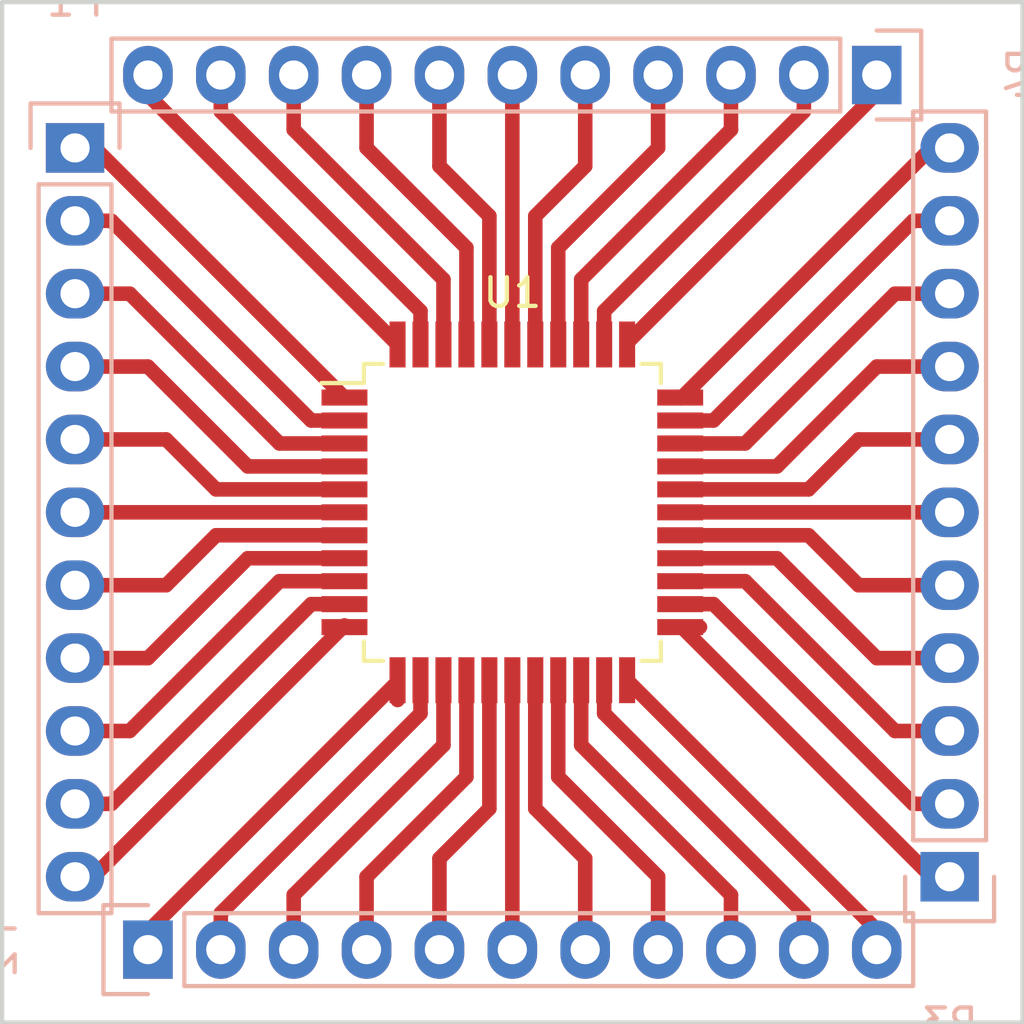
<source format=kicad_pcb>
(kicad_pcb (version 4) (host pcbnew 4.0.0-stable)

  (general
    (links 44)
    (no_connects 0)
    (area 109.144999 109.144999 144.855001 144.855001)
    (thickness 1.6)
    (drawings 4)
    (tracks 118)
    (zones 0)
    (modules 5)
    (nets 45)
  )

  (page A4)
  (layers
    (0 F.Cu mixed)
    (31 B.Cu mixed)
    (33 F.Adhes user)
    (35 F.Paste user)
    (37 F.SilkS user)
    (39 F.Mask user)
    (40 Dwgs.User user)
    (41 Cmts.User user)
    (42 Eco1.User user)
    (43 Eco2.User user)
    (44 Edge.Cuts user)
    (45 Margin user)
    (47 F.CrtYd user)
    (49 F.Fab user)
  )

  (setup
    (last_trace_width 0.508)
    (trace_clearance 0.2)
    (zone_clearance 0.508)
    (zone_45_only no)
    (trace_min 0.2)
    (segment_width 0.2)
    (edge_width 0.15)
    (via_size 0.6)
    (via_drill 0.4)
    (via_min_size 0.4)
    (via_min_drill 0.3)
    (uvia_size 0.3)
    (uvia_drill 0.1)
    (uvias_allowed no)
    (uvia_min_size 0.2)
    (uvia_min_drill 0.1)
    (pcb_text_width 0.3)
    (pcb_text_size 1.5 1.5)
    (mod_edge_width 0.15)
    (mod_text_size 1 1)
    (mod_text_width 0.15)
    (pad_size 1.524 1.524)
    (pad_drill 0.762)
    (pad_to_mask_clearance 0.2)
    (aux_axis_origin 0 0)
    (visible_elements 7FFFFF9F)
    (pcbplotparams
      (layerselection 0x00030_80000001)
      (usegerberextensions false)
      (excludeedgelayer true)
      (linewidth 0.100000)
      (plotframeref false)
      (viasonmask false)
      (mode 1)
      (useauxorigin false)
      (hpglpennumber 1)
      (hpglpenspeed 20)
      (hpglpendiameter 15)
      (hpglpenoverlay 2)
      (psnegative false)
      (psa4output false)
      (plotreference true)
      (plotvalue true)
      (plotinvisibletext false)
      (padsonsilk false)
      (subtractmaskfromsilk false)
      (outputformat 1)
      (mirror false)
      (drillshape 1)
      (scaleselection 1)
      (outputdirectory ""))
  )

  (net 0 "")
  (net 1 /1)
  (net 2 /2)
  (net 3 /3)
  (net 4 /4)
  (net 5 /5)
  (net 6 /6)
  (net 7 /7)
  (net 8 /8)
  (net 9 /9)
  (net 10 /10)
  (net 11 /11)
  (net 12 /12)
  (net 13 /13)
  (net 14 /14)
  (net 15 /15)
  (net 16 /16)
  (net 17 /17)
  (net 18 /18)
  (net 19 /19)
  (net 20 /20)
  (net 21 /21)
  (net 22 /22)
  (net 23 /23)
  (net 24 /24)
  (net 25 /25)
  (net 26 /26)
  (net 27 /27)
  (net 28 /28)
  (net 29 /29)
  (net 30 /30)
  (net 31 /31)
  (net 32 /32)
  (net 33 /33)
  (net 34 /34)
  (net 35 /35)
  (net 36 /36)
  (net 37 /37)
  (net 38 /38)
  (net 39 /39)
  (net 40 /40)
  (net 41 /41)
  (net 42 /42)
  (net 43 /43)
  (net 44 /44)

  (net_class Default "This is the default net class."
    (clearance 0.2)
    (trace_width 0.508)
    (via_dia 0.6)
    (via_drill 0.4)
    (uvia_dia 0.3)
    (uvia_drill 0.1)
    (add_net /1)
    (add_net /10)
    (add_net /11)
    (add_net /12)
    (add_net /13)
    (add_net /14)
    (add_net /15)
    (add_net /16)
    (add_net /17)
    (add_net /18)
    (add_net /19)
    (add_net /2)
    (add_net /20)
    (add_net /21)
    (add_net /22)
    (add_net /23)
    (add_net /24)
    (add_net /25)
    (add_net /26)
    (add_net /27)
    (add_net /28)
    (add_net /29)
    (add_net /3)
    (add_net /30)
    (add_net /31)
    (add_net /32)
    (add_net /33)
    (add_net /34)
    (add_net /35)
    (add_net /36)
    (add_net /37)
    (add_net /38)
    (add_net /39)
    (add_net /4)
    (add_net /40)
    (add_net /41)
    (add_net /42)
    (add_net /43)
    (add_net /44)
    (add_net /5)
    (add_net /6)
    (add_net /7)
    (add_net /8)
    (add_net /9)
  )

  (module Housings_QFP:LQFP-44_10x10mm_Pitch0.8mm (layer F.Cu) (tedit 54130A77) (tstamp 56FAF050)
    (at 127 127)
    (descr "LQFP44 (see Appnote_PCB_Guidelines_TRINAMIC_packages.pdf)")
    (tags "QFP 0.8")
    (path /56FAEAD5)
    (attr smd)
    (fp_text reference U1 (at 0 -7.65) (layer F.SilkS)
      (effects (font (size 1 1) (thickness 0.15)))
    )
    (fp_text value DSPIC33EP128GM304 (at 0 7.65) (layer F.Fab)
      (effects (font (size 1 1) (thickness 0.15)))
    )
    (fp_line (start -6.9 -6.9) (end -6.9 6.9) (layer F.CrtYd) (width 0.05))
    (fp_line (start 6.9 -6.9) (end 6.9 6.9) (layer F.CrtYd) (width 0.05))
    (fp_line (start -6.9 -6.9) (end 6.9 -6.9) (layer F.CrtYd) (width 0.05))
    (fp_line (start -6.9 6.9) (end 6.9 6.9) (layer F.CrtYd) (width 0.05))
    (fp_line (start -5.175 -5.175) (end -5.175 -4.505) (layer F.SilkS) (width 0.15))
    (fp_line (start 5.175 -5.175) (end 5.175 -4.505) (layer F.SilkS) (width 0.15))
    (fp_line (start 5.175 5.175) (end 5.175 4.505) (layer F.SilkS) (width 0.15))
    (fp_line (start -5.175 5.175) (end -5.175 4.505) (layer F.SilkS) (width 0.15))
    (fp_line (start -5.175 -5.175) (end -4.505 -5.175) (layer F.SilkS) (width 0.15))
    (fp_line (start -5.175 5.175) (end -4.505 5.175) (layer F.SilkS) (width 0.15))
    (fp_line (start 5.175 5.175) (end 4.505 5.175) (layer F.SilkS) (width 0.15))
    (fp_line (start 5.175 -5.175) (end 4.505 -5.175) (layer F.SilkS) (width 0.15))
    (fp_line (start -5.175 -4.505) (end -6.65 -4.505) (layer F.SilkS) (width 0.15))
    (pad 1 smd rect (at -5.85 -4) (size 1.6 0.56) (layers F.Cu F.Paste F.Mask)
      (net 1 /1))
    (pad 2 smd rect (at -5.85 -3.2) (size 1.6 0.56) (layers F.Cu F.Paste F.Mask)
      (net 2 /2))
    (pad 3 smd rect (at -5.85 -2.4) (size 1.6 0.56) (layers F.Cu F.Paste F.Mask)
      (net 3 /3))
    (pad 4 smd rect (at -5.85 -1.6) (size 1.6 0.56) (layers F.Cu F.Paste F.Mask)
      (net 4 /4))
    (pad 5 smd rect (at -5.85 -0.8) (size 1.6 0.56) (layers F.Cu F.Paste F.Mask)
      (net 5 /5))
    (pad 6 smd rect (at -5.85 0) (size 1.6 0.56) (layers F.Cu F.Paste F.Mask)
      (net 6 /6))
    (pad 7 smd rect (at -5.85 0.8) (size 1.6 0.56) (layers F.Cu F.Paste F.Mask)
      (net 7 /7))
    (pad 8 smd rect (at -5.85 1.6) (size 1.6 0.56) (layers F.Cu F.Paste F.Mask)
      (net 8 /8))
    (pad 9 smd rect (at -5.85 2.4) (size 1.6 0.56) (layers F.Cu F.Paste F.Mask)
      (net 9 /9))
    (pad 10 smd rect (at -5.85 3.2) (size 1.6 0.56) (layers F.Cu F.Paste F.Mask)
      (net 10 /10))
    (pad 11 smd rect (at -5.85 4) (size 1.6 0.56) (layers F.Cu F.Paste F.Mask)
      (net 11 /11))
    (pad 12 smd rect (at -4 5.85 90) (size 1.6 0.56) (layers F.Cu F.Paste F.Mask)
      (net 12 /12))
    (pad 13 smd rect (at -3.2 5.85 90) (size 1.6 0.56) (layers F.Cu F.Paste F.Mask)
      (net 13 /13))
    (pad 14 smd rect (at -2.4 5.85 90) (size 1.6 0.56) (layers F.Cu F.Paste F.Mask)
      (net 14 /14))
    (pad 15 smd rect (at -1.6 5.85 90) (size 1.6 0.56) (layers F.Cu F.Paste F.Mask)
      (net 15 /15))
    (pad 16 smd rect (at -0.8 5.85 90) (size 1.6 0.56) (layers F.Cu F.Paste F.Mask)
      (net 16 /16))
    (pad 17 smd rect (at 0 5.85 90) (size 1.6 0.56) (layers F.Cu F.Paste F.Mask)
      (net 17 /17))
    (pad 18 smd rect (at 0.8 5.85 90) (size 1.6 0.56) (layers F.Cu F.Paste F.Mask)
      (net 18 /18))
    (pad 19 smd rect (at 1.6 5.85 90) (size 1.6 0.56) (layers F.Cu F.Paste F.Mask)
      (net 19 /19))
    (pad 20 smd rect (at 2.4 5.85 90) (size 1.6 0.56) (layers F.Cu F.Paste F.Mask)
      (net 20 /20))
    (pad 21 smd rect (at 3.2 5.85 90) (size 1.6 0.56) (layers F.Cu F.Paste F.Mask)
      (net 21 /21))
    (pad 22 smd rect (at 4 5.85 90) (size 1.6 0.56) (layers F.Cu F.Paste F.Mask)
      (net 22 /22))
    (pad 23 smd rect (at 5.85 4) (size 1.6 0.56) (layers F.Cu F.Paste F.Mask)
      (net 23 /23))
    (pad 24 smd rect (at 5.85 3.2) (size 1.6 0.56) (layers F.Cu F.Paste F.Mask)
      (net 24 /24))
    (pad 25 smd rect (at 5.85 2.4) (size 1.6 0.56) (layers F.Cu F.Paste F.Mask)
      (net 25 /25))
    (pad 26 smd rect (at 5.85 1.6) (size 1.6 0.56) (layers F.Cu F.Paste F.Mask)
      (net 26 /26))
    (pad 27 smd rect (at 5.85 0.8) (size 1.6 0.56) (layers F.Cu F.Paste F.Mask)
      (net 27 /27))
    (pad 28 smd rect (at 5.85 0) (size 1.6 0.56) (layers F.Cu F.Paste F.Mask)
      (net 28 /28))
    (pad 29 smd rect (at 5.85 -0.8) (size 1.6 0.56) (layers F.Cu F.Paste F.Mask)
      (net 29 /29))
    (pad 30 smd rect (at 5.85 -1.6) (size 1.6 0.56) (layers F.Cu F.Paste F.Mask)
      (net 30 /30))
    (pad 31 smd rect (at 5.85 -2.4) (size 1.6 0.56) (layers F.Cu F.Paste F.Mask)
      (net 31 /31))
    (pad 32 smd rect (at 5.85 -3.2) (size 1.6 0.56) (layers F.Cu F.Paste F.Mask)
      (net 32 /32))
    (pad 33 smd rect (at 5.85 -4) (size 1.6 0.56) (layers F.Cu F.Paste F.Mask)
      (net 33 /33))
    (pad 34 smd rect (at 4 -5.85 90) (size 1.6 0.56) (layers F.Cu F.Paste F.Mask)
      (net 34 /34))
    (pad 35 smd rect (at 3.2 -5.85 90) (size 1.6 0.56) (layers F.Cu F.Paste F.Mask)
      (net 35 /35))
    (pad 36 smd rect (at 2.4 -5.85 90) (size 1.6 0.56) (layers F.Cu F.Paste F.Mask)
      (net 36 /36))
    (pad 37 smd rect (at 1.6 -5.85 90) (size 1.6 0.56) (layers F.Cu F.Paste F.Mask)
      (net 37 /37))
    (pad 38 smd rect (at 0.8 -5.85 90) (size 1.6 0.56) (layers F.Cu F.Paste F.Mask)
      (net 38 /38))
    (pad 39 smd rect (at 0 -5.85 90) (size 1.6 0.56) (layers F.Cu F.Paste F.Mask)
      (net 39 /39))
    (pad 40 smd rect (at -0.8 -5.85 90) (size 1.6 0.56) (layers F.Cu F.Paste F.Mask)
      (net 40 /40))
    (pad 41 smd rect (at -1.6 -5.85 90) (size 1.6 0.56) (layers F.Cu F.Paste F.Mask)
      (net 41 /41))
    (pad 42 smd rect (at -2.4 -5.85 90) (size 1.6 0.56) (layers F.Cu F.Paste F.Mask)
      (net 42 /42))
    (pad 43 smd rect (at -3.2 -5.85 90) (size 1.6 0.56) (layers F.Cu F.Paste F.Mask)
      (net 43 /43))
    (pad 44 smd rect (at -4 -5.85 90) (size 1.6 0.56) (layers F.Cu F.Paste F.Mask)
      (net 44 /44))
    (model Housings_QFP.3dshapes/LQFP-44_10x10mm_Pitch0.8mm.wrl
      (at (xyz 0 0 0))
      (scale (xyz 1 1 1))
      (rotate (xyz 0 0 0))
    )
  )

  (module Pin_Headers:Pin_Header_Straight_1x11 (layer B.Cu) (tedit 0) (tstamp 56FD3521)
    (at 142.24 139.7)
    (descr "Through hole pin header")
    (tags "pin header")
    (path /56FD9F75)
    (fp_text reference P3 (at 0 5.1) (layer B.SilkS)
      (effects (font (size 1 1) (thickness 0.15)) (justify mirror))
    )
    (fp_text value CONN_01X11 (at 0 3.1) (layer B.Fab)
      (effects (font (size 1 1) (thickness 0.15)) (justify mirror))
    )
    (fp_line (start -1.75 1.75) (end -1.75 -27.15) (layer B.CrtYd) (width 0.05))
    (fp_line (start 1.75 1.75) (end 1.75 -27.15) (layer B.CrtYd) (width 0.05))
    (fp_line (start -1.75 1.75) (end 1.75 1.75) (layer B.CrtYd) (width 0.05))
    (fp_line (start -1.75 -27.15) (end 1.75 -27.15) (layer B.CrtYd) (width 0.05))
    (fp_line (start 1.27 -1.27) (end 1.27 -26.67) (layer B.SilkS) (width 0.15))
    (fp_line (start 1.27 -26.67) (end -1.27 -26.67) (layer B.SilkS) (width 0.15))
    (fp_line (start -1.27 -26.67) (end -1.27 -1.27) (layer B.SilkS) (width 0.15))
    (fp_line (start 1.55 1.55) (end 1.55 0) (layer B.SilkS) (width 0.15))
    (fp_line (start 1.27 -1.27) (end -1.27 -1.27) (layer B.SilkS) (width 0.15))
    (fp_line (start -1.55 0) (end -1.55 1.55) (layer B.SilkS) (width 0.15))
    (fp_line (start -1.55 1.55) (end 1.55 1.55) (layer B.SilkS) (width 0.15))
    (pad 1 thru_hole rect (at 0 0) (size 2.032 1.7272) (drill 1.016) (layers *.Cu *.Mask)
      (net 23 /23))
    (pad 2 thru_hole oval (at 0 -2.54) (size 2.032 1.7272) (drill 1.016) (layers *.Cu *.Mask)
      (net 24 /24))
    (pad 3 thru_hole oval (at 0 -5.08) (size 2.032 1.7272) (drill 1.016) (layers *.Cu *.Mask)
      (net 25 /25))
    (pad 4 thru_hole oval (at 0 -7.62) (size 2.032 1.7272) (drill 1.016) (layers *.Cu *.Mask)
      (net 26 /26))
    (pad 5 thru_hole oval (at 0 -10.16) (size 2.032 1.7272) (drill 1.016) (layers *.Cu *.Mask)
      (net 27 /27))
    (pad 6 thru_hole oval (at 0 -12.7) (size 2.032 1.7272) (drill 1.016) (layers *.Cu *.Mask)
      (net 28 /28))
    (pad 7 thru_hole oval (at 0 -15.24) (size 2.032 1.7272) (drill 1.016) (layers *.Cu *.Mask)
      (net 29 /29))
    (pad 8 thru_hole oval (at 0 -17.78) (size 2.032 1.7272) (drill 1.016) (layers *.Cu *.Mask)
      (net 30 /30))
    (pad 9 thru_hole oval (at 0 -20.32) (size 2.032 1.7272) (drill 1.016) (layers *.Cu *.Mask)
      (net 31 /31))
    (pad 10 thru_hole oval (at 0 -22.86) (size 2.032 1.7272) (drill 1.016) (layers *.Cu *.Mask)
      (net 32 /32))
    (pad 11 thru_hole oval (at 0 -25.4) (size 2.032 1.7272) (drill 1.016) (layers *.Cu *.Mask)
      (net 33 /33))
    (model Pin_Headers.3dshapes/Pin_Header_Straight_1x11.wrl
      (at (xyz 0 -0.5 0))
      (scale (xyz 1 1 1))
      (rotate (xyz 0 0 90))
    )
  )

  (module Pin_Headers:Pin_Header_Straight_1x11 (layer B.Cu) (tedit 0) (tstamp 56FD3530)
    (at 139.7 111.76 90)
    (descr "Through hole pin header")
    (tags "pin header")
    (path /56FD9FB2)
    (fp_text reference P4 (at 0 5.1 90) (layer B.SilkS)
      (effects (font (size 1 1) (thickness 0.15)) (justify mirror))
    )
    (fp_text value CONN_01X11 (at 0 3.1 90) (layer B.Fab)
      (effects (font (size 1 1) (thickness 0.15)) (justify mirror))
    )
    (fp_line (start -1.75 1.75) (end -1.75 -27.15) (layer B.CrtYd) (width 0.05))
    (fp_line (start 1.75 1.75) (end 1.75 -27.15) (layer B.CrtYd) (width 0.05))
    (fp_line (start -1.75 1.75) (end 1.75 1.75) (layer B.CrtYd) (width 0.05))
    (fp_line (start -1.75 -27.15) (end 1.75 -27.15) (layer B.CrtYd) (width 0.05))
    (fp_line (start 1.27 -1.27) (end 1.27 -26.67) (layer B.SilkS) (width 0.15))
    (fp_line (start 1.27 -26.67) (end -1.27 -26.67) (layer B.SilkS) (width 0.15))
    (fp_line (start -1.27 -26.67) (end -1.27 -1.27) (layer B.SilkS) (width 0.15))
    (fp_line (start 1.55 1.55) (end 1.55 0) (layer B.SilkS) (width 0.15))
    (fp_line (start 1.27 -1.27) (end -1.27 -1.27) (layer B.SilkS) (width 0.15))
    (fp_line (start -1.55 0) (end -1.55 1.55) (layer B.SilkS) (width 0.15))
    (fp_line (start -1.55 1.55) (end 1.55 1.55) (layer B.SilkS) (width 0.15))
    (pad 1 thru_hole rect (at 0 0 90) (size 2.032 1.7272) (drill 1.016) (layers *.Cu *.Mask)
      (net 34 /34))
    (pad 2 thru_hole oval (at 0 -2.54 90) (size 2.032 1.7272) (drill 1.016) (layers *.Cu *.Mask)
      (net 35 /35))
    (pad 3 thru_hole oval (at 0 -5.08 90) (size 2.032 1.7272) (drill 1.016) (layers *.Cu *.Mask)
      (net 36 /36))
    (pad 4 thru_hole oval (at 0 -7.62 90) (size 2.032 1.7272) (drill 1.016) (layers *.Cu *.Mask)
      (net 37 /37))
    (pad 5 thru_hole oval (at 0 -10.16 90) (size 2.032 1.7272) (drill 1.016) (layers *.Cu *.Mask)
      (net 38 /38))
    (pad 6 thru_hole oval (at 0 -12.7 90) (size 2.032 1.7272) (drill 1.016) (layers *.Cu *.Mask)
      (net 39 /39))
    (pad 7 thru_hole oval (at 0 -15.24 90) (size 2.032 1.7272) (drill 1.016) (layers *.Cu *.Mask)
      (net 40 /40))
    (pad 8 thru_hole oval (at 0 -17.78 90) (size 2.032 1.7272) (drill 1.016) (layers *.Cu *.Mask)
      (net 41 /41))
    (pad 9 thru_hole oval (at 0 -20.32 90) (size 2.032 1.7272) (drill 1.016) (layers *.Cu *.Mask)
      (net 42 /42))
    (pad 10 thru_hole oval (at 0 -22.86 90) (size 2.032 1.7272) (drill 1.016) (layers *.Cu *.Mask)
      (net 43 /43))
    (pad 11 thru_hole oval (at 0 -25.4 90) (size 2.032 1.7272) (drill 1.016) (layers *.Cu *.Mask)
      (net 44 /44))
    (model Pin_Headers.3dshapes/Pin_Header_Straight_1x11.wrl
      (at (xyz 0 -0.5 0))
      (scale (xyz 1 1 1))
      (rotate (xyz 0 0 90))
    )
  )

  (module Pin_Headers:Pin_Header_Straight_1x11 (layer B.Cu) (tedit 0) (tstamp 56FD36B4)
    (at 111.76 114.3 180)
    (descr "Through hole pin header")
    (tags "pin header")
    (path /56FD9EB7)
    (fp_text reference P1 (at 0 5.1 180) (layer B.SilkS)
      (effects (font (size 1 1) (thickness 0.15)) (justify mirror))
    )
    (fp_text value CONN_01X11 (at 0 3.1 180) (layer B.Fab)
      (effects (font (size 1 1) (thickness 0.15)) (justify mirror))
    )
    (fp_line (start -1.75 1.75) (end -1.75 -27.15) (layer B.CrtYd) (width 0.05))
    (fp_line (start 1.75 1.75) (end 1.75 -27.15) (layer B.CrtYd) (width 0.05))
    (fp_line (start -1.75 1.75) (end 1.75 1.75) (layer B.CrtYd) (width 0.05))
    (fp_line (start -1.75 -27.15) (end 1.75 -27.15) (layer B.CrtYd) (width 0.05))
    (fp_line (start 1.27 -1.27) (end 1.27 -26.67) (layer B.SilkS) (width 0.15))
    (fp_line (start 1.27 -26.67) (end -1.27 -26.67) (layer B.SilkS) (width 0.15))
    (fp_line (start -1.27 -26.67) (end -1.27 -1.27) (layer B.SilkS) (width 0.15))
    (fp_line (start 1.55 1.55) (end 1.55 0) (layer B.SilkS) (width 0.15))
    (fp_line (start 1.27 -1.27) (end -1.27 -1.27) (layer B.SilkS) (width 0.15))
    (fp_line (start -1.55 0) (end -1.55 1.55) (layer B.SilkS) (width 0.15))
    (fp_line (start -1.55 1.55) (end 1.55 1.55) (layer B.SilkS) (width 0.15))
    (pad 1 thru_hole rect (at 0 0 180) (size 2.032 1.7272) (drill 1.016) (layers *.Cu *.Mask)
      (net 1 /1))
    (pad 2 thru_hole oval (at 0 -2.54 180) (size 2.032 1.7272) (drill 1.016) (layers *.Cu *.Mask)
      (net 2 /2))
    (pad 3 thru_hole oval (at 0 -5.08 180) (size 2.032 1.7272) (drill 1.016) (layers *.Cu *.Mask)
      (net 3 /3))
    (pad 4 thru_hole oval (at 0 -7.62 180) (size 2.032 1.7272) (drill 1.016) (layers *.Cu *.Mask)
      (net 4 /4))
    (pad 5 thru_hole oval (at 0 -10.16 180) (size 2.032 1.7272) (drill 1.016) (layers *.Cu *.Mask)
      (net 5 /5))
    (pad 6 thru_hole oval (at 0 -12.7 180) (size 2.032 1.7272) (drill 1.016) (layers *.Cu *.Mask)
      (net 6 /6))
    (pad 7 thru_hole oval (at 0 -15.24 180) (size 2.032 1.7272) (drill 1.016) (layers *.Cu *.Mask)
      (net 7 /7))
    (pad 8 thru_hole oval (at 0 -17.78 180) (size 2.032 1.7272) (drill 1.016) (layers *.Cu *.Mask)
      (net 8 /8))
    (pad 9 thru_hole oval (at 0 -20.32 180) (size 2.032 1.7272) (drill 1.016) (layers *.Cu *.Mask)
      (net 9 /9))
    (pad 10 thru_hole oval (at 0 -22.86 180) (size 2.032 1.7272) (drill 1.016) (layers *.Cu *.Mask)
      (net 10 /10))
    (pad 11 thru_hole oval (at 0 -25.4 180) (size 2.032 1.7272) (drill 1.016) (layers *.Cu *.Mask)
      (net 11 /11))
    (model Pin_Headers.3dshapes/Pin_Header_Straight_1x11.wrl
      (at (xyz 0 -0.5 0))
      (scale (xyz 1 1 1))
      (rotate (xyz 0 0 90))
    )
  )

  (module Pin_Headers:Pin_Header_Straight_1x11 (layer B.Cu) (tedit 0) (tstamp 56FD36C3)
    (at 114.3 142.24 270)
    (descr "Through hole pin header")
    (tags "pin header")
    (path /56FD9EF4)
    (fp_text reference P2 (at 0 5.1 270) (layer B.SilkS)
      (effects (font (size 1 1) (thickness 0.15)) (justify mirror))
    )
    (fp_text value CONN_01X11 (at 0 3.1 270) (layer B.Fab)
      (effects (font (size 1 1) (thickness 0.15)) (justify mirror))
    )
    (fp_line (start -1.75 1.75) (end -1.75 -27.15) (layer B.CrtYd) (width 0.05))
    (fp_line (start 1.75 1.75) (end 1.75 -27.15) (layer B.CrtYd) (width 0.05))
    (fp_line (start -1.75 1.75) (end 1.75 1.75) (layer B.CrtYd) (width 0.05))
    (fp_line (start -1.75 -27.15) (end 1.75 -27.15) (layer B.CrtYd) (width 0.05))
    (fp_line (start 1.27 -1.27) (end 1.27 -26.67) (layer B.SilkS) (width 0.15))
    (fp_line (start 1.27 -26.67) (end -1.27 -26.67) (layer B.SilkS) (width 0.15))
    (fp_line (start -1.27 -26.67) (end -1.27 -1.27) (layer B.SilkS) (width 0.15))
    (fp_line (start 1.55 1.55) (end 1.55 0) (layer B.SilkS) (width 0.15))
    (fp_line (start 1.27 -1.27) (end -1.27 -1.27) (layer B.SilkS) (width 0.15))
    (fp_line (start -1.55 0) (end -1.55 1.55) (layer B.SilkS) (width 0.15))
    (fp_line (start -1.55 1.55) (end 1.55 1.55) (layer B.SilkS) (width 0.15))
    (pad 1 thru_hole rect (at 0 0 270) (size 2.032 1.7272) (drill 1.016) (layers *.Cu *.Mask)
      (net 12 /12))
    (pad 2 thru_hole oval (at 0 -2.54 270) (size 2.032 1.7272) (drill 1.016) (layers *.Cu *.Mask)
      (net 13 /13))
    (pad 3 thru_hole oval (at 0 -5.08 270) (size 2.032 1.7272) (drill 1.016) (layers *.Cu *.Mask)
      (net 14 /14))
    (pad 4 thru_hole oval (at 0 -7.62 270) (size 2.032 1.7272) (drill 1.016) (layers *.Cu *.Mask)
      (net 15 /15))
    (pad 5 thru_hole oval (at 0 -10.16 270) (size 2.032 1.7272) (drill 1.016) (layers *.Cu *.Mask)
      (net 16 /16))
    (pad 6 thru_hole oval (at 0 -12.7 270) (size 2.032 1.7272) (drill 1.016) (layers *.Cu *.Mask)
      (net 17 /17))
    (pad 7 thru_hole oval (at 0 -15.24 270) (size 2.032 1.7272) (drill 1.016) (layers *.Cu *.Mask)
      (net 18 /18))
    (pad 8 thru_hole oval (at 0 -17.78 270) (size 2.032 1.7272) (drill 1.016) (layers *.Cu *.Mask)
      (net 19 /19))
    (pad 9 thru_hole oval (at 0 -20.32 270) (size 2.032 1.7272) (drill 1.016) (layers *.Cu *.Mask)
      (net 20 /20))
    (pad 10 thru_hole oval (at 0 -22.86 270) (size 2.032 1.7272) (drill 1.016) (layers *.Cu *.Mask)
      (net 21 /21))
    (pad 11 thru_hole oval (at 0 -25.4 270) (size 2.032 1.7272) (drill 1.016) (layers *.Cu *.Mask)
      (net 22 /22))
    (model Pin_Headers.3dshapes/Pin_Header_Straight_1x11.wrl
      (at (xyz 0 -0.5 0))
      (scale (xyz 1 1 1))
      (rotate (xyz 0 0 90))
    )
  )

  (gr_line (start 109.22 144.78) (end 109.22 109.22) (angle 90) (layer Edge.Cuts) (width 0.15))
  (gr_line (start 144.78 144.78) (end 109.22 144.78) (angle 90) (layer Edge.Cuts) (width 0.15))
  (gr_line (start 144.78 109.22) (end 144.78 144.78) (angle 90) (layer Edge.Cuts) (width 0.15))
  (gr_line (start 109.22 109.22) (end 144.78 109.22) (angle 90) (layer Edge.Cuts) (width 0.15))

  (segment (start 111.76 114.3) (end 112.45 114.3) (width 0.508) (layer F.Cu) (net 1))
  (segment (start 112.45 114.3) (end 121.15 123) (width 0.508) (layer F.Cu) (net 1) (tstamp 56FD3A4D))
  (segment (start 121.15 123.8) (end 119.99 123.8) (width 0.508) (layer F.Cu) (net 2))
  (segment (start 119.99 123.8) (end 113.03 116.84) (width 0.508) (layer F.Cu) (net 2) (tstamp 56FD3B2E))
  (segment (start 113.03 116.84) (end 111.76 116.84) (width 0.508) (layer F.Cu) (net 2) (tstamp 56FD3B2F))
  (segment (start 121.15 124.6) (end 118.885 124.6) (width 0.508) (layer F.Cu) (net 3))
  (segment (start 118.885 124.6) (end 113.665 119.38) (width 0.508) (layer F.Cu) (net 3) (tstamp 56FD3B27))
  (segment (start 113.665 119.38) (end 111.76 119.38) (width 0.508) (layer F.Cu) (net 3) (tstamp 56FD3B2B))
  (segment (start 121.15 125.4) (end 117.78 125.4) (width 0.508) (layer F.Cu) (net 4))
  (segment (start 117.78 125.4) (end 114.3 121.92) (width 0.508) (layer F.Cu) (net 4) (tstamp 56FD3B16))
  (segment (start 114.3 121.92) (end 111.76 121.92) (width 0.508) (layer F.Cu) (net 4) (tstamp 56FD3B23))
  (segment (start 121.15 126.2) (end 116.675 126.2) (width 0.508) (layer F.Cu) (net 5))
  (segment (start 116.675 126.2) (end 114.935 124.46) (width 0.508) (layer F.Cu) (net 5) (tstamp 56FD3AFE))
  (segment (start 114.935 124.46) (end 111.76 124.46) (width 0.508) (layer F.Cu) (net 5) (tstamp 56FD3B02))
  (segment (start 111.76 127) (end 121.15 127) (width 0.508) (layer F.Cu) (net 6))
  (segment (start 121.15 127.8) (end 116.675 127.8) (width 0.508) (layer F.Cu) (net 7))
  (segment (start 116.675 127.8) (end 114.935 129.54) (width 0.508) (layer F.Cu) (net 7) (tstamp 56FD3B34))
  (segment (start 114.935 129.54) (end 111.76 129.54) (width 0.508) (layer F.Cu) (net 7) (tstamp 56FD3B37))
  (segment (start 121.15 128.6) (end 117.78 128.6) (width 0.508) (layer F.Cu) (net 8))
  (segment (start 117.78 128.6) (end 114.3 132.08) (width 0.508) (layer F.Cu) (net 8) (tstamp 56FD3B3A))
  (segment (start 114.3 132.08) (end 111.76 132.08) (width 0.508) (layer F.Cu) (net 8) (tstamp 56FD3B3D))
  (segment (start 121.15 129.4) (end 118.885 129.4) (width 0.508) (layer F.Cu) (net 9))
  (segment (start 118.885 129.4) (end 113.665 134.62) (width 0.508) (layer F.Cu) (net 9) (tstamp 56FD3B41))
  (segment (start 113.665 134.62) (end 111.76 134.62) (width 0.508) (layer F.Cu) (net 9) (tstamp 56FD3B45))
  (segment (start 121.15 130.2) (end 119.99 130.2) (width 0.508) (layer F.Cu) (net 10))
  (segment (start 119.99 130.2) (end 113.03 137.16) (width 0.508) (layer F.Cu) (net 10) (tstamp 56FD3B48))
  (segment (start 113.03 137.16) (end 111.76 137.16) (width 0.508) (layer F.Cu) (net 10) (tstamp 56FD3B49))
  (segment (start 121.15 131) (end 121.15 130.945) (width 0.508) (layer F.Cu) (net 11))
  (segment (start 121.15 130.945) (end 112.395 139.7) (width 0.508) (layer F.Cu) (net 11) (tstamp 56FD3B4C))
  (segment (start 112.395 139.7) (end 111.76 139.7) (width 0.508) (layer F.Cu) (net 11) (tstamp 56FD3B4E))
  (segment (start 123 132.85) (end 123 133.54) (width 0.508) (layer F.Cu) (net 12))
  (segment (start 123 132.905) (end 114.3 141.605) (width 0.508) (layer F.Cu) (net 12) (tstamp 56FD3B67))
  (segment (start 123.8 132.85) (end 123.8 134.01) (width 0.508) (layer F.Cu) (net 13))
  (segment (start 123.8 134.01) (end 116.84 140.97) (width 0.508) (layer F.Cu) (net 13) (tstamp 56FD3BBA))
  (segment (start 116.84 140.97) (end 116.84 142.24) (width 0.508) (layer F.Cu) (net 13) (tstamp 56FD3BBB))
  (segment (start 124.6 132.85) (end 124.6 135.115) (width 0.508) (layer F.Cu) (net 14))
  (segment (start 124.6 135.115) (end 119.38 140.335) (width 0.508) (layer F.Cu) (net 14) (tstamp 56FD3BB5))
  (segment (start 119.38 140.335) (end 119.38 142.24) (width 0.508) (layer F.Cu) (net 14) (tstamp 56FD3BB7))
  (segment (start 125.4 132.85) (end 125.4 136.22) (width 0.508) (layer F.Cu) (net 15))
  (segment (start 125.4 136.22) (end 121.92 139.7) (width 0.508) (layer F.Cu) (net 15) (tstamp 56FD3BAE))
  (segment (start 121.92 139.7) (end 121.92 142.24) (width 0.508) (layer F.Cu) (net 15) (tstamp 56FD3BB1))
  (segment (start 126.2 132.85) (end 126.2 137.325) (width 0.508) (layer F.Cu) (net 16))
  (segment (start 126.2 137.325) (end 124.46 139.065) (width 0.508) (layer F.Cu) (net 16) (tstamp 56FD3B8F))
  (segment (start 124.46 139.065) (end 124.46 142.24) (width 0.508) (layer F.Cu) (net 16) (tstamp 56FD3B9D))
  (segment (start 127 132.85) (end 127 142.24) (width 0.508) (layer F.Cu) (net 17))
  (segment (start 127.8 132.85) (end 127.8 137.325) (width 0.508) (layer F.Cu) (net 18))
  (segment (start 127.8 137.325) (end 129.54 139.065) (width 0.508) (layer F.Cu) (net 18) (tstamp 56FD3BA7))
  (segment (start 129.54 139.065) (end 129.54 142.24) (width 0.508) (layer F.Cu) (net 18) (tstamp 56FD3BA8))
  (segment (start 128.6 132.85) (end 128.6 136.22) (width 0.508) (layer F.Cu) (net 19))
  (segment (start 128.6 136.22) (end 132.08 139.7) (width 0.508) (layer F.Cu) (net 19) (tstamp 56FD3BBE))
  (segment (start 132.08 139.7) (end 132.08 142.24) (width 0.508) (layer F.Cu) (net 19) (tstamp 56FD3BC0))
  (segment (start 129.4 132.85) (end 129.4 135.115) (width 0.508) (layer F.Cu) (net 20))
  (segment (start 129.4 135.115) (end 134.62 140.335) (width 0.508) (layer F.Cu) (net 20) (tstamp 56FD3BC4))
  (segment (start 134.62 140.335) (end 134.62 142.24) (width 0.508) (layer F.Cu) (net 20) (tstamp 56FD3BC6))
  (segment (start 130.2 132.85) (end 130.2 134.01) (width 0.508) (layer F.Cu) (net 21))
  (segment (start 130.2 134.01) (end 137.16 140.97) (width 0.508) (layer F.Cu) (net 21) (tstamp 56FD3BC9))
  (segment (start 137.16 140.97) (end 137.16 142.24) (width 0.508) (layer F.Cu) (net 21) (tstamp 56FD3BCA))
  (segment (start 139.7 142.24) (end 139.7 141.55) (width 0.508) (layer F.Cu) (net 22))
  (segment (start 139.7 141.55) (end 131 132.85) (width 0.508) (layer F.Cu) (net 22) (tstamp 56FD3B86))
  (segment (start 132.85 131) (end 133.54 131) (width 0.508) (layer F.Cu) (net 23))
  (segment (start 132.905 131) (end 141.605 139.7) (width 0.508) (layer F.Cu) (net 23) (tstamp 56FD3BCE))
  (segment (start 132.85 130.2) (end 134.01 130.2) (width 0.508) (layer F.Cu) (net 24))
  (segment (start 134.01 130.2) (end 140.97 137.16) (width 0.508) (layer F.Cu) (net 24) (tstamp 56FD3C10))
  (segment (start 140.97 137.16) (end 142.24 137.16) (width 0.508) (layer F.Cu) (net 24) (tstamp 56FD3C11))
  (segment (start 132.85 129.4) (end 135.115 129.4) (width 0.508) (layer F.Cu) (net 25))
  (segment (start 135.115 129.4) (end 140.335 134.62) (width 0.508) (layer F.Cu) (net 25) (tstamp 56FD3C04))
  (segment (start 140.335 134.62) (end 142.24 134.62) (width 0.508) (layer F.Cu) (net 25) (tstamp 56FD3C06))
  (segment (start 132.85 128.6) (end 136.22 128.6) (width 0.508) (layer F.Cu) (net 26))
  (segment (start 136.22 128.6) (end 139.7 132.08) (width 0.508) (layer F.Cu) (net 26) (tstamp 56FD3C18))
  (segment (start 139.7 132.08) (end 142.24 132.08) (width 0.508) (layer F.Cu) (net 26) (tstamp 56FD3C1F))
  (segment (start 132.85 127.8) (end 137.325 127.8) (width 0.508) (layer F.Cu) (net 27))
  (segment (start 137.325 127.8) (end 139.065 129.54) (width 0.508) (layer F.Cu) (net 27) (tstamp 56FD3BE8))
  (segment (start 139.065 129.54) (end 142.24 129.54) (width 0.508) (layer F.Cu) (net 27) (tstamp 56FD3BEA))
  (segment (start 132.85 127) (end 142.24 127) (width 0.508) (layer F.Cu) (net 28))
  (segment (start 132.85 126.2) (end 137.325 126.2) (width 0.508) (layer F.Cu) (net 29))
  (segment (start 137.325 126.2) (end 139.065 124.46) (width 0.508) (layer F.Cu) (net 29) (tstamp 56FD3BE3))
  (segment (start 139.065 124.46) (end 142.24 124.46) (width 0.508) (layer F.Cu) (net 29) (tstamp 56FD3BE5))
  (segment (start 132.85 125.4) (end 136.22 125.4) (width 0.508) (layer F.Cu) (net 30))
  (segment (start 136.22 125.4) (end 139.7 121.92) (width 0.508) (layer F.Cu) (net 30) (tstamp 56FD3BEF))
  (segment (start 139.7 121.92) (end 142.24 121.92) (width 0.508) (layer F.Cu) (net 30) (tstamp 56FD3BF2))
  (segment (start 132.85 124.6) (end 135.115 124.6) (width 0.508) (layer F.Cu) (net 31))
  (segment (start 135.115 124.6) (end 140.335 119.38) (width 0.508) (layer F.Cu) (net 31) (tstamp 56FD3BF6))
  (segment (start 140.335 119.38) (end 142.24 119.38) (width 0.508) (layer F.Cu) (net 31) (tstamp 56FD3BF8))
  (segment (start 132.85 123.8) (end 134.01 123.8) (width 0.508) (layer F.Cu) (net 32))
  (segment (start 134.01 123.8) (end 140.97 116.84) (width 0.508) (layer F.Cu) (net 32) (tstamp 56FD3BFB))
  (segment (start 140.97 116.84) (end 142.24 116.84) (width 0.508) (layer F.Cu) (net 32) (tstamp 56FD3BFC))
  (segment (start 142.24 114.3) (end 141.55 114.3) (width 0.508) (layer F.Cu) (net 33))
  (segment (start 141.5775 114.3275) (end 132.8775 123.0275) (width 0.508) (layer F.Cu) (net 33) (tstamp 56FD3BD7))
  (segment (start 131 121.15) (end 131 121.095) (width 0.508) (layer F.Cu) (net 34))
  (segment (start 131 121.095) (end 139.7 112.395) (width 0.508) (layer F.Cu) (net 34) (tstamp 56FD3AE0))
  (segment (start 139.7 112.395) (end 139.7 111.76) (width 0.508) (layer F.Cu) (net 34) (tstamp 56FD3AE4))
  (segment (start 130.2 121.15) (end 130.2 119.99) (width 0.508) (layer F.Cu) (net 35))
  (segment (start 130.2 119.99) (end 137.16 113.03) (width 0.508) (layer F.Cu) (net 35) (tstamp 56FD3ADB))
  (segment (start 137.16 113.03) (end 137.16 111.76) (width 0.508) (layer F.Cu) (net 35) (tstamp 56FD3ADD))
  (segment (start 129.4 121.15) (end 129.4 118.885) (width 0.508) (layer F.Cu) (net 36))
  (segment (start 129.4 118.885) (end 134.62 113.665) (width 0.508) (layer F.Cu) (net 36) (tstamp 56FD3AD6))
  (segment (start 134.62 113.665) (end 134.62 111.76) (width 0.508) (layer F.Cu) (net 36) (tstamp 56FD3AD8))
  (segment (start 128.6 121.15) (end 128.6 117.78) (width 0.508) (layer F.Cu) (net 37))
  (segment (start 128.6 117.78) (end 132.08 114.3) (width 0.508) (layer F.Cu) (net 37) (tstamp 56FD3ACF))
  (segment (start 132.08 114.3) (end 132.08 111.76) (width 0.508) (layer F.Cu) (net 37) (tstamp 56FD3AD2))
  (segment (start 127.8 121.15) (end 127.8 116.675) (width 0.508) (layer F.Cu) (net 38))
  (segment (start 127.8 116.675) (end 129.54 114.935) (width 0.508) (layer F.Cu) (net 38) (tstamp 56FD3AC9))
  (segment (start 129.54 114.935) (end 129.54 111.76) (width 0.508) (layer F.Cu) (net 38) (tstamp 56FD3ACC))
  (segment (start 127 111.76) (end 127 121.15) (width 0.508) (layer F.Cu) (net 39))
  (segment (start 126.2 121.15) (end 126.2 116.675) (width 0.508) (layer F.Cu) (net 40))
  (segment (start 126.2 116.675) (end 124.46 114.935) (width 0.508) (layer F.Cu) (net 40) (tstamp 56FD3AA6))
  (segment (start 124.46 114.935) (end 124.46 111.76) (width 0.508) (layer F.Cu) (net 40) (tstamp 56FD3AA9))
  (segment (start 125.4 121.15) (end 125.4 117.78) (width 0.508) (layer F.Cu) (net 41))
  (segment (start 125.4 117.78) (end 121.92 114.3) (width 0.508) (layer F.Cu) (net 41) (tstamp 56FD3AA0))
  (segment (start 121.92 114.3) (end 121.92 111.76) (width 0.508) (layer F.Cu) (net 41) (tstamp 56FD3AA2))
  (segment (start 124.6 121.15) (end 124.6 118.885) (width 0.508) (layer F.Cu) (net 42))
  (segment (start 124.6 118.885) (end 119.38 113.665) (width 0.508) (layer F.Cu) (net 42) (tstamp 56FD3A9A))
  (segment (start 119.38 113.665) (end 119.38 111.76) (width 0.508) (layer F.Cu) (net 42) (tstamp 56FD3A9D))
  (segment (start 123.8 121.15) (end 123.8 119.99) (width 0.508) (layer F.Cu) (net 43))
  (segment (start 123.8 119.99) (end 116.84 113.03) (width 0.508) (layer F.Cu) (net 43) (tstamp 56FD3A95))
  (segment (start 116.84 113.03) (end 116.84 111.76) (width 0.508) (layer F.Cu) (net 43) (tstamp 56FD3A97))
  (segment (start 114.3 111.76) (end 114.3 112.45) (width 0.508) (layer F.Cu) (net 44))
  (segment (start 114.3 112.45) (end 123 121.15) (width 0.508) (layer F.Cu) (net 44) (tstamp 56FD3A55))

)

</source>
